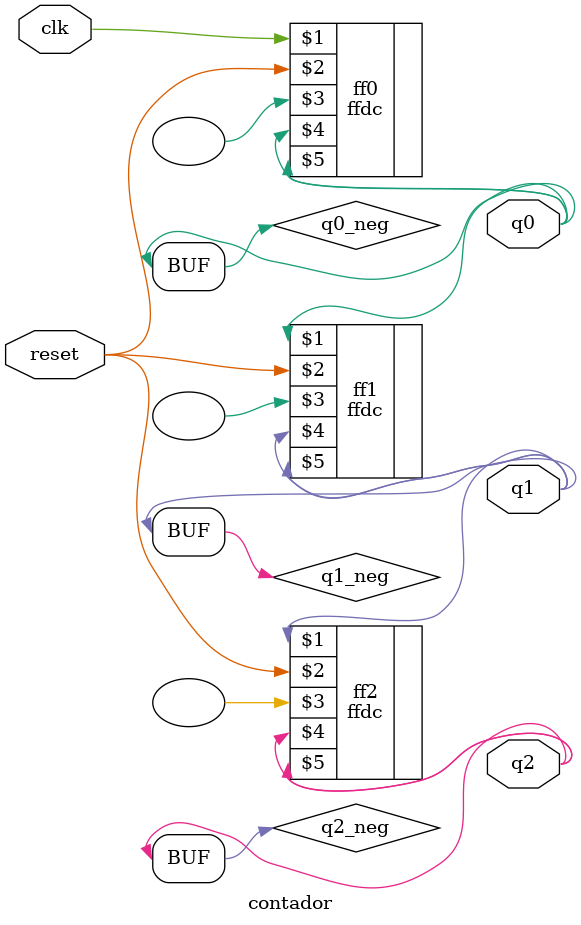
<source format=v>
module contador(input wire clk, reset, output wire q0, q1, q2);
// clk , reset , enable , d , q 

wire q0_neg, q1_neg, q2_neg;
assign q0_neg = -q0;
assign q1_neg = -q1;
assign q2_neg = -q2;

ffdc ff0 (clk, reset, ,q0_neg ,q0);
ffdc ff1 (q0_neg, reset, ,q1_neg,q1);
ffdc ff2 (q1_neg, reset, ,q2_neg, q2);
endmodule

</source>
